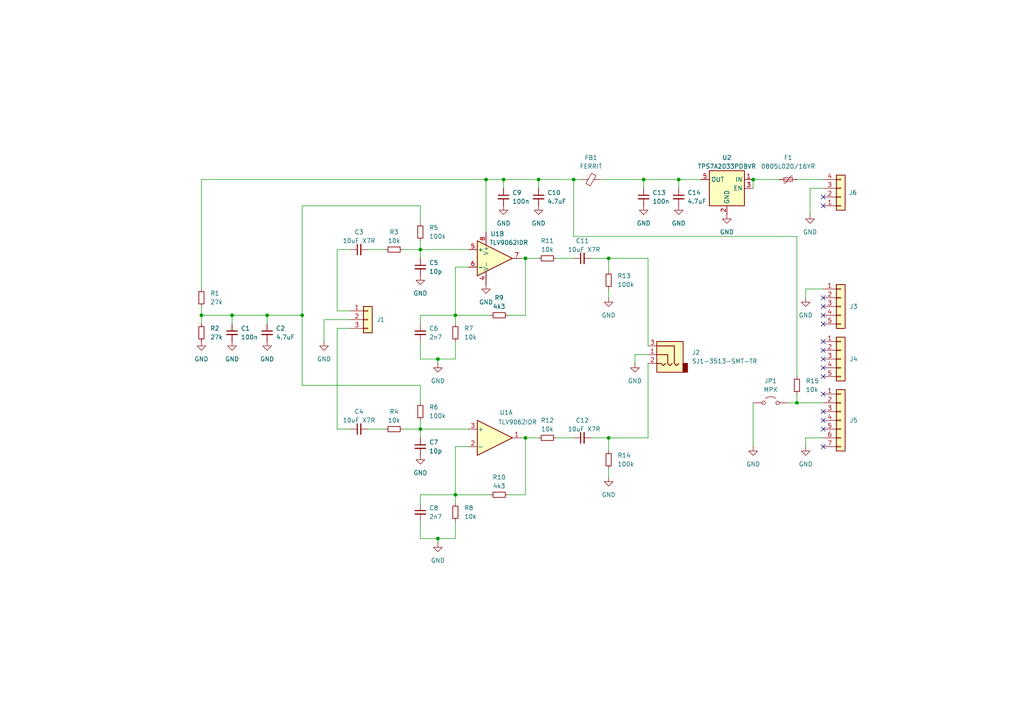
<source format=kicad_sch>
(kicad_sch (version 20231120) (generator "eeschema") (generator_version "8.0")
  (paper "A4")
  (title_block (title "Audiohat for Headless TEF") (date "2024-08-01") (rev "1") (company "fmdx.org"))
  (lib_symbols
    (symbol "Amplifier_Operational:TLV9062xD" (pin_names (offset 0.127))
      (property "Reference" "U" (at 2.54 6.35 0))
      (property "Value" "TLV9062xD" (at 2.54 3.81 0))
      (symbol "TLV9062xD_1_1"
        (polyline (pts (xy 5.08 0) (xy -5.08 5.08) (xy -5.08 -5.08) (xy 5.08 0)) (stroke (width 0.254)) (fill (type background)))
        (pin output line (at 7.62 0 180) (length 2.54) (name "~") (number "1"))
        (pin input line (at -7.62 -2.54 0) (length 2.54) (name "-") (number "2"))
        (pin input line (at -7.62 2.54 0) (length 2.54) (name "+") (number "3"))
      )
      (symbol "TLV9062xD_2_1"
        (polyline (pts (xy 5.08 0) (xy -5.08 5.08) (xy -5.08 -5.08) (xy 5.08 0)) (stroke (width 0.254)) (fill (type background)))
        (pin input line (at -7.62 2.54 0) (length 2.54) (name "+") (number "5"))
        (pin input line (at -7.62 -2.54 0) (length 2.54) (name "-") (number "6"))
        (pin output line (at 7.62 0 180) (length 2.54) (name "~") (number "7"))
      )
      (symbol "TLV9062xD_3_1"
        (pin power_in line (at 0 -7.62 90) (length 3.81) (name "V-") (number "4"))
        (pin power_in line (at 0 7.62 270) (length 3.81) (name "V+") (number "8"))
      )
    )
    (symbol "Connector_Audio:AudioJack3_Ground"
      (property "Reference" "J6" (at -7.62 0.6351 0))
      (property "Value" "OUT" (at -7.62 -1.9049 0))
      (symbol "AudioJack3_Ground_0_1"
        (rectangle (start -5.08 -2.54) (end -6.35 -5.08) (stroke (width 0.254)) (fill (type outline)))
        (polyline (pts (xy 0 -2.54) (xy 0.635 -3.175) (xy 1.27 -2.54) (xy 2.54 -2.54)) (stroke (width 0.254)))
        (polyline (pts (xy -1.905 -2.54) (xy -1.27 -3.175) (xy -0.635 -2.54) (xy -0.635 0) (xy 2.54 0)) (stroke (width 0.254)))
        (polyline (pts (xy 2.54 2.54) (xy -2.54 2.54) (xy -2.54 -2.54) (xy -3.175 -3.175) (xy -3.81 -2.54)) (stroke (width 0.254)))
        (rectangle (start 2.54 3.81) (end -5.08 -5.08) (stroke (width 0.254)) (fill (type background)))
      )
      (symbol "AudioJack3_Ground_1_1"
        (pin passive line (at 5.08 0 180) (length 2.54) (name "~") (number "1"))
        (pin passive line (at 5.08 -2.54 180) (length 2.54) (name "~") (number "2"))
        (pin passive line (at 5.08 2.54 180) (length 2.54) (name "~") (number "3"))
      )
    )
    (symbol "Connector_Generic:Conn_01x03" (pin_names (offset 1.016) hide)
      (property "Reference" "J" (at 0 5.08 0))
      (property "Value" "Conn_01x03" (at 0 -5.08 0))
      (symbol "Conn_01x03_1_1"
        (rectangle (start -1.27 -2.413) (end 0 -2.667) (stroke (width 0.1524)))
        (rectangle (start -1.27 0.127) (end 0 -0.127) (stroke (width 0.1524)))
        (rectangle (start -1.27 2.667) (end 0 2.413) (stroke (width 0.1524)))
        (rectangle (start -1.27 3.81) (end 1.27 -3.81) (stroke (width 0.254)) (fill (type background)))
        (pin passive line (at -5.08 2.54 0) (length 3.81) (name "Pin_1") (number "1"))
        (pin passive line (at -5.08 0 0) (length 3.81) (name "Pin_2") (number "2"))
        (pin passive line (at -5.08 -2.54 0) (length 3.81) (name "Pin_3") (number "3"))
      )
    )
    (symbol "Connector_Generic:Conn_01x04" (pin_names (offset 1.016) hide)
      (property "Reference" "J" (at 0 5.08 0))
      (property "Value" "Conn_01x04" (at 0 -7.62 0))
      (symbol "Conn_01x04_1_1"
        (rectangle (start -1.27 -4.953) (end 0 -5.207) (stroke (width 0.1524)))
        (rectangle (start -1.27 -2.413) (end 0 -2.667) (stroke (width 0.1524)))
        (rectangle (start -1.27 0.127) (end 0 -0.127) (stroke (width 0.1524)))
        (rectangle (start -1.27 2.667) (end 0 2.413) (stroke (width 0.1524)))
        (rectangle (start -1.27 3.81) (end 1.27 -6.35) (stroke (width 0.254)) (fill (type background)))
        (pin passive line (at -5.08 2.54 0) (length 3.81) (name "Pin_1") (number "1"))
        (pin passive line (at -5.08 0 0) (length 3.81) (name "Pin_2") (number "2"))
        (pin passive line (at -5.08 -2.54 0) (length 3.81) (name "Pin_3") (number "3"))
        (pin passive line (at -5.08 -5.08 0) (length 3.81) (name "Pin_4") (number "4"))
      )
    )
    (symbol "Connector_Generic:Conn_01x05" (pin_names (offset 1.016) hide)
      (property "Reference" "J" (at 0 7.62 0))
      (property "Value" "Conn_01x05" (at 0 -7.62 0))
      (symbol "Conn_01x05_1_1"
        (rectangle (start -1.27 -4.953) (end 0 -5.207) (stroke (width 0.1524)))
        (rectangle (start -1.27 -2.413) (end 0 -2.667) (stroke (width 0.1524)))
        (rectangle (start -1.27 0.127) (end 0 -0.127) (stroke (width 0.1524)))
        (rectangle (start -1.27 2.667) (end 0 2.413) (stroke (width 0.1524)))
        (rectangle (start -1.27 5.207) (end 0 4.953) (stroke (width 0.1524)))
        (rectangle (start -1.27 6.35) (end 1.27 -6.35) (stroke (width 0.254)) (fill (type background)))
        (pin passive line (at -5.08 5.08 0) (length 3.81) (name "Pin_1") (number "1"))
        (pin passive line (at -5.08 2.54 0) (length 3.81) (name "Pin_2") (number "2"))
        (pin passive line (at -5.08 0 0) (length 3.81) (name "Pin_3") (number "3"))
        (pin passive line (at -5.08 -2.54 0) (length 3.81) (name "Pin_4") (number "4"))
        (pin passive line (at -5.08 -5.08 0) (length 3.81) (name "Pin_5") (number "5"))
      )
    )
    (symbol "Connector_Generic:Conn_01x07" (pin_names (offset 1.016) hide)
      (property "Reference" "J" (at 0 10.16 0))
      (property "Value" "Conn_01x07" (at 0 -10.16 0))
      (symbol "Conn_01x07_1_1"
        (rectangle (start -1.27 -7.493) (end 0 -7.747) (stroke (width 0.1524)))
        (rectangle (start -1.27 -4.953) (end 0 -5.207) (stroke (width 0.1524)))
        (rectangle (start -1.27 -2.413) (end 0 -2.667) (stroke (width 0.1524)))
        (rectangle (start -1.27 0.127) (end 0 -0.127) (stroke (width 0.1524)))
        (rectangle (start -1.27 2.667) (end 0 2.413) (stroke (width 0.1524)))
        (rectangle (start -1.27 5.207) (end 0 4.953) (stroke (width 0.1524)))
        (rectangle (start -1.27 7.747) (end 0 7.493) (stroke (width 0.1524)))
        (rectangle (start -1.27 8.89) (end 1.27 -8.89) (stroke (width 0.254)) (fill (type background)))
        (pin passive line (at -5.08 7.62 0) (length 3.81) (name "Pin_1") (number "1"))
        (pin passive line (at -5.08 5.08 0) (length 3.81) (name "Pin_2") (number "2"))
        (pin passive line (at -5.08 2.54 0) (length 3.81) (name "Pin_3") (number "3"))
        (pin passive line (at -5.08 0 0) (length 3.81) (name "Pin_4") (number "4"))
        (pin passive line (at -5.08 -2.54 0) (length 3.81) (name "Pin_5") (number "5"))
        (pin passive line (at -5.08 -5.08 0) (length 3.81) (name "Pin_6") (number "6"))
        (pin passive line (at -5.08 -7.62 0) (length 3.81) (name "Pin_7") (number "7"))
      )
    )
    (symbol "Device:C_Small" (pin_numbers hide) (pin_names (offset 0.254) hide)
      (property "Reference" "C" (at 0.254 1.778 0))
      (property "Value" "C_Small" (at 0.254 -2.032 0))
      (symbol "C_Small_0_1"
        (polyline (pts (xy -1.524 -0.508) (xy 1.524 -0.508)) (stroke (width 0.3302)))
        (polyline (pts (xy -1.524 0.508) (xy 1.524 0.508)) (stroke (width 0.3048)))
      )
      (symbol "C_Small_1_1"
        (pin passive line (at 0 2.54 270) (length 2.032) (name "~") (number "1"))
        (pin passive line (at 0 -2.54 90) (length 2.032) (name "~") (number "2"))
      )
    )
    (symbol "Device:FerriteBead_Small" (pin_numbers hide) (pin_names (offset 0))
      (property "Reference" "FB" (at 1.905 1.27 0))
      (property "Value" "FerriteBead_Small" (at 1.905 -1.27 0))
      (symbol "FerriteBead_Small_0_1"
        (polyline (pts (xy 0 -1.27) (xy 0 -0.7874)))
        (polyline (pts (xy 0 0.889) (xy 0 1.2954)))
        (polyline (pts (xy -1.8288 0.2794) (xy -1.1176 1.4986) (xy 1.8288 -0.2032) (xy 1.1176 -1.4224) (xy -1.8288 0.2794)))
      )
      (symbol "FerriteBead_Small_1_1"
        (pin passive line (at 0 2.54 270) (length 1.27) (name "~") (number "1"))
        (pin passive line (at 0 -2.54 90) (length 1.27) (name "~") (number "2"))
      )
    )
    (symbol "Device:Polyfuse_Small" (pin_numbers hide) (pin_names (offset 0))
      (property "Reference" "F" (at -1.905 0 90))
      (property "Value" "Polyfuse_Small" (at 1.905 0 90))
      (symbol "Polyfuse_Small_0_1"
        (rectangle (start -0.508 1.27) (end 0.508 -1.27))
        (polyline (pts (xy 0 2.54) (xy 0 -2.54)))
        (polyline (pts (xy -1.016 1.27) (xy -1.016 0.762) (xy 1.016 -0.762) (xy 1.016 -1.27)))
      )
      (symbol "Polyfuse_Small_1_1"
        (pin passive line (at 0 2.54 270) (length 0.635) (name "~") (number "1"))
        (pin passive line (at 0 -2.54 90) (length 0.635) (name "~") (number "2"))
      )
    )
    (symbol "Device:R_Small" (pin_numbers hide) (pin_names (offset 0.254) hide)
      (property "Reference" "R" (at 0.762 0.508 0))
      (property "Value" "R_Small" (at 0.762 -1.016 0))
      (symbol "R_Small_0_1"
        (rectangle (start -0.762 1.778) (end 0.762 -1.778) (stroke (width 0.2032)))
      )
      (symbol "R_Small_1_1"
        (pin passive line (at 0 2.54 270) (length 0.762) (name "~") (number "1"))
        (pin passive line (at 0 -2.54 90) (length 0.762) (name "~") (number "2"))
      )
    )
    (symbol "Jumper:Jumper_2_Open" (pin_numbers hide) (pin_names (offset 0) hide) (exclude_from_sim yes)
      (property "Reference" "JP" (at 0 2.794 0))
      (property "Value" "Jumper_2_Open" (at 0 -2.286 0))
      (symbol "Jumper_2_Open_0_0"
        (circle (center -2.032 0) (radius 0.508))
        (circle (center 2.032 0) (radius 0.508))
      )
      (symbol "Jumper_2_Open_0_1"
        (arc (start 1.524 1.27) (mid 0 1.778) (end -1.524 1.27))
      )
      (symbol "Jumper_2_Open_1_1"
        (pin passive line (at -5.08 0 0) (length 2.54) (name "A") (number "1"))
        (pin passive line (at 5.08 0 180) (length 2.54) (name "B") (number "2"))
      )
    )
    (symbol "Regulator_Linear:TPS7A0533PDBV"
      (property "Reference" "U" (at -3.81 6.35 0))
      (property "Value" "TPS7A0533PDBV" (at 6.35 6.35 0))
      (symbol "TPS7A0533PDBV_0_1"
        (rectangle (start -5.08 -5.08) (end 5.08 5.08) (stroke (width 0.254)) (fill (type background)))
        (pin power_in line (at -7.62 2.54 0) (length 2.54) (name "IN") (number "1"))
        (pin power_in line (at 0 -7.62 90) (length 2.54) (name "GND") (number "2"))
        (pin input line (at -7.62 0 0) (length 2.54) (name "EN") (number "3"))
        (pin no_connect line (at 5.08 0 180) (length 2.54) hide (name "NC") (number "4"))
        (pin power_out line (at 7.62 2.54 180) (length 2.54) (name "OUT") (number "5"))
      )
    )
    (symbol "power:GND" (power) (pin_numbers hide) (pin_names (offset 0) hide)
      (property "Value" "GND" (at 0 -3.81 0))
      (symbol "GND_0_1"
        (polyline (pts (xy 0 0) (xy 0 -1.27) (xy 1.27 -1.27) (xy 0 -2.54) (xy -1.27 -1.27) (xy 0 -1.27)))
      )
      (symbol "GND_1_1"
        (pin power_in line (at 0 0 270) (length 0) (name "~") (number "1"))
      )
    )
  )
  (junction (at 218.44 52.07))
  (junction (at 166.37 52.07))
  (junction (at 127 156.21))
  (junction (at 152.4 127))
  (junction (at 132.08 143.51))
  (junction (at 121.92 72.39))
  (junction (at 186.69 52.07))
  (junction (at 196.85 52.07))
  (junction (at 176.53 127))
  (junction (at 58.42 91.44))
  (junction (at 127 104.14))
  (junction (at 87.63 91.44))
  (junction (at 140.97 52.07))
  (junction (at 67.31 91.44))
  (junction (at 152.4 74.93))
  (junction (at 121.92 124.46))
  (junction (at 77.47 91.44))
  (junction (at 146.05 52.07))
  (junction (at 231.14 116.84))
  (junction (at 176.53 74.93))
  (junction (at 156.21 52.07))
  (junction (at 132.08 91.44))
  (no_connect (at 238.76 93.98))
  (no_connect (at 238.76 129.54))
  (no_connect (at 238.76 57.15))
  (no_connect (at 238.76 119.38))
  (no_connect (at 238.76 59.69))
  (no_connect (at 238.76 121.92))
  (no_connect (at 238.76 124.46))
  (no_connect (at 238.76 88.9))
  (no_connect (at 238.76 99.06))
  (no_connect (at 238.76 109.22))
  (no_connect (at 238.76 101.6))
  (no_connect (at 238.76 106.68))
  (no_connect (at 238.76 91.44))
  (no_connect (at 238.76 104.14))
  (no_connect (at 238.76 86.36))
  (no_connect (at 238.76 114.3))
  (wire (pts (xy 121.92 146.05) (xy 121.92 143.51)))
  (wire (pts (xy 121.92 121.92) (xy 121.92 124.46)))
  (wire (pts (xy 101.6 92.71) (xy 93.98 92.71)))
  (wire (pts (xy 127 104.14) (xy 127 105.41)))
  (wire (pts (xy 171.45 74.93) (xy 176.53 74.93)))
  (wire (pts (xy 132.08 77.47) (xy 135.89 77.47)))
  (wire (pts (xy 140.97 52.07) (xy 146.05 52.07)))
  (wire (pts (xy 77.47 91.44) (xy 87.63 91.44)))
  (wire (pts (xy 97.79 124.46) (xy 101.6 124.46)))
  (wire (pts (xy 156.21 52.07) (xy 166.37 52.07)))
  (wire (pts (xy 238.76 127) (xy 233.68 127)))
  (wire (pts (xy 121.92 104.14) (xy 127 104.14)))
  (wire (pts (xy 121.92 72.39) (xy 135.89 72.39)))
  (wire (pts (xy 166.37 52.07) (xy 168.91 52.07)))
  (wire (pts (xy 146.05 52.07) (xy 146.05 54.61)))
  (wire (pts (xy 142.24 143.51) (xy 132.08 143.51)))
  (wire (pts (xy 67.31 91.44) (xy 67.31 93.98)))
  (wire (pts (xy 121.92 124.46) (xy 121.92 127)))
  (wire (pts (xy 218.44 52.07) (xy 226.06 52.07)))
  (wire (pts (xy 58.42 88.9) (xy 58.42 91.44)))
  (wire (pts (xy 166.37 68.58) (xy 231.14 68.58)))
  (wire (pts (xy 171.45 127) (xy 176.53 127)))
  (wire (pts (xy 132.08 143.51) (xy 132.08 146.05)))
  (wire (pts (xy 152.4 74.93) (xy 152.4 91.44)))
  (wire (pts (xy 151.13 127) (xy 152.4 127)))
  (wire (pts (xy 142.24 91.44) (xy 132.08 91.44)))
  (wire (pts (xy 121.92 93.98) (xy 121.92 91.44)))
  (wire (pts (xy 116.84 72.39) (xy 121.92 72.39)))
  (wire (pts (xy 231.14 116.84) (xy 238.76 116.84)))
  (wire (pts (xy 58.42 83.82) (xy 58.42 52.07)))
  (wire (pts (xy 231.14 114.3) (xy 231.14 116.84)))
  (wire (pts (xy 176.53 83.82) (xy 176.53 86.36)))
  (wire (pts (xy 121.92 156.21) (xy 127 156.21)))
  (wire (pts (xy 87.63 111.76) (xy 87.63 91.44)))
  (wire (pts (xy 152.4 74.93) (xy 156.21 74.93)))
  (wire (pts (xy 187.96 74.93) (xy 187.96 100.33)))
  (wire (pts (xy 156.21 54.61) (xy 156.21 52.07)))
  (wire (pts (xy 161.29 127) (xy 166.37 127)))
  (wire (pts (xy 121.92 59.69) (xy 121.92 64.77)))
  (wire (pts (xy 184.15 105.41) (xy 184.15 102.87)))
  (wire (pts (xy 67.31 91.44) (xy 77.47 91.44)))
  (wire (pts (xy 176.53 74.93) (xy 187.96 74.93)))
  (wire (pts (xy 132.08 129.54) (xy 135.89 129.54)))
  (wire (pts (xy 196.85 52.07) (xy 203.2 52.07)))
  (wire (pts (xy 173.99 52.07) (xy 186.69 52.07)))
  (wire (pts (xy 116.84 124.46) (xy 121.92 124.46)))
  (wire (pts (xy 132.08 151.13) (xy 132.08 156.21)))
  (wire (pts (xy 176.53 135.89) (xy 176.53 138.43)))
  (wire (pts (xy 218.44 116.84) (xy 218.44 129.54)))
  (wire (pts (xy 228.6 116.84) (xy 231.14 116.84)))
  (wire (pts (xy 97.79 72.39) (xy 97.79 90.17)))
  (wire (pts (xy 152.4 127) (xy 156.21 127)))
  (wire (pts (xy 121.92 156.21) (xy 121.92 151.13)))
  (wire (pts (xy 132.08 99.06) (xy 132.08 104.14)))
  (wire (pts (xy 87.63 59.69) (xy 121.92 59.69)))
  (wire (pts (xy 121.92 124.46) (xy 135.89 124.46)))
  (wire (pts (xy 218.44 52.07) (xy 218.44 54.61)))
  (wire (pts (xy 77.47 93.98) (xy 77.47 91.44)))
  (wire (pts (xy 101.6 72.39) (xy 97.79 72.39)))
  (wire (pts (xy 67.31 91.44) (xy 58.42 91.44)))
  (wire (pts (xy 186.69 52.07) (xy 196.85 52.07)))
  (wire (pts (xy 121.92 143.51) (xy 132.08 143.51)))
  (wire (pts (xy 106.68 124.46) (xy 111.76 124.46)))
  (wire (pts (xy 121.92 69.85) (xy 121.92 72.39)))
  (wire (pts (xy 121.92 91.44) (xy 132.08 91.44)))
  (wire (pts (xy 106.68 72.39) (xy 111.76 72.39)))
  (wire (pts (xy 234.95 54.61) (xy 238.76 54.61)))
  (wire (pts (xy 151.13 74.93) (xy 152.4 74.93)))
  (wire (pts (xy 166.37 52.07) (xy 166.37 68.58)))
  (wire (pts (xy 186.69 52.07) (xy 186.69 54.61)))
  (wire (pts (xy 231.14 52.07) (xy 238.76 52.07)))
  (wire (pts (xy 234.95 54.61) (xy 234.95 62.23)))
  (wire (pts (xy 176.53 74.93) (xy 176.53 78.74)))
  (wire (pts (xy 161.29 74.93) (xy 166.37 74.93)))
  (wire (pts (xy 152.4 91.44) (xy 147.32 91.44)))
  (wire (pts (xy 233.68 127) (xy 233.68 129.54)))
  (wire (pts (xy 152.4 127) (xy 152.4 143.51)))
  (wire (pts (xy 121.92 104.14) (xy 121.92 99.06)))
  (wire (pts (xy 187.96 127) (xy 187.96 105.41)))
  (wire (pts (xy 93.98 92.71) (xy 93.98 99.06)))
  (wire (pts (xy 233.68 83.82) (xy 233.68 86.36)))
  (wire (pts (xy 231.14 109.22) (xy 231.14 68.58)))
  (wire (pts (xy 176.53 127) (xy 176.53 130.81)))
  (wire (pts (xy 156.21 52.07) (xy 146.05 52.07)))
  (wire (pts (xy 87.63 91.44) (xy 87.63 59.69)))
  (wire (pts (xy 132.08 91.44) (xy 132.08 93.98)))
  (wire (pts (xy 238.76 83.82) (xy 233.68 83.82)))
  (wire (pts (xy 152.4 143.51) (xy 147.32 143.51)))
  (wire (pts (xy 58.42 52.07) (xy 140.97 52.07)))
  (wire (pts (xy 101.6 95.25) (xy 97.79 95.25)))
  (wire (pts (xy 58.42 91.44) (xy 58.42 93.98)))
  (wire (pts (xy 97.79 90.17) (xy 101.6 90.17)))
  (wire (pts (xy 140.97 67.31) (xy 140.97 52.07)))
  (wire (pts (xy 196.85 54.61) (xy 196.85 52.07)))
  (wire (pts (xy 132.08 156.21) (xy 127 156.21)))
  (wire (pts (xy 121.92 72.39) (xy 121.92 74.93)))
  (wire (pts (xy 132.08 104.14) (xy 127 104.14)))
  (wire (pts (xy 132.08 129.54) (xy 132.08 143.51)))
  (wire (pts (xy 184.15 102.87) (xy 187.96 102.87)))
  (wire (pts (xy 121.92 111.76) (xy 87.63 111.76)))
  (wire (pts (xy 176.53 127) (xy 187.96 127)))
  (wire (pts (xy 132.08 77.47) (xy 132.08 91.44)))
  (wire (pts (xy 97.79 95.25) (xy 97.79 124.46)))
  (wire (pts (xy 121.92 116.84) (xy 121.92 111.76)))
  (wire (pts (xy 127 156.21) (xy 127 157.48)))
  (symbol (lib_id "Device:R_Small") (at 158.75 127 90) (unit 1)
    (property "Reference" "R12" (at 158.75 121.92 90))
    (property "Value" "10k" (at 158.75 124.46 90))
    (property "Footprint" "Resistor_SMD:R_0603_1608Metric" (effects (hide yes)))
    (property "Description" "Resistor, small symbol" (effects (hide yes)))
  )
  (symbol (lib_id "Device:C_Small") (at 104.14 124.46 90) (unit 1)
    (property "Reference" "C4" (at 104.14 119.38 90))
    (property "Value" "10uF X7R" (at 104.14 121.92 90))
    (property "Footprint" "Capacitor_SMD:C_0805_2012Metric" (effects (hide yes)))
    (property "Description" "Unpolarized capacitor, small symbol" (effects (hide yes)))
  )
  (symbol (lib_id "Connector_Audio:AudioJack3_Ground") (at 193.04 102.87 0) (mirror y) (unit 1)
    (property "Reference" "J2" (at 200.66 102.2349 0) (effects (justify right)))
    (property "Value" "SJ1-3513-SMT-TR" (at 200.66 104.7749 0) (effects (justify right)))
    (property "Footprint" "Library:SJ1-351X-SMT" (effects (hide yes)))
    (property "Description" "Audio Jack, 3 Poles (Stereo / TRS), Grounded Sleeve" (effects (hide yes)))
  )
  (symbol (lib_id "Amplifier_Operational:TLV9062xD") (at 143.51 74.93 0) (unit 2)
    (property "Reference" "U1" (at 144.272 67.818 0))
    (property "Value" "TLV9062IDR" (at 147.574 70.358 0))
    (property "Footprint" "Package_SO:SOIC-8_3.9x4.9mm_P1.27mm" (effects (hide yes)))
    (property "Datasheet" "https://www.ti.com/lit/ds/symlink/tlv9062.pdf" (effects (hide yes)))
    (property "Description" "Dual operational amplifier, 300 uV Offset, SOIC-8" (effects (hide yes)))
  )
  (symbol (lib_id "Device:R_Small") (at 144.78 91.44 90) (unit 1)
    (property "Reference" "R9" (at 144.78 86.36 90))
    (property "Value" "4k3" (at 144.78 88.9 90))
    (property "Footprint" "Resistor_SMD:R_0603_1608Metric" (effects (hide yes)))
    (property "Description" "Resistor, small symbol" (effects (hide yes)))
  )
  (symbol (lib_id "Device:C_Small") (at 104.14 72.39 90) (unit 1)
    (property "Reference" "C3" (at 104.14 67.31 90))
    (property "Value" "10uF X7R" (at 104.14 69.85 90))
    (property "Footprint" "Capacitor_SMD:C_0805_2012Metric" (effects (hide yes)))
    (property "Description" "Unpolarized capacitor, small symbol" (effects (hide yes)))
  )
  (symbol (lib_id "Device:R_Small") (at 231.14 111.76 0) (unit 1)
    (property "Reference" "R15" (at 233.68 110.4899 0) (effects (justify left)))
    (property "Value" "10k" (at 233.68 113.0299 0) (effects (justify left)))
    (property "Footprint" "Resistor_SMD:R_0603_1608Metric" (effects (hide yes)))
    (property "Description" "Resistor, small symbol" (effects (hide yes)))
  )
  (symbol (lib_id "power:GND") (at 218.44 129.54 0) (unit 1)
    (property "Reference" "#PWR017" (effects (hide yes)))
    (property "Value" "GND" (at 218.44 134.62 0))
    (property "Description" "Power symbol creates a global label with name \"GND\" , ground" (effects (hide yes)))
  )
  (symbol (lib_id "Device:R_Small") (at 114.3 124.46 90) (unit 1)
    (property "Reference" "R4" (at 114.3 119.38 90))
    (property "Value" "10k" (at 114.3 121.92 90))
    (property "Footprint" "Resistor_SMD:R_0603_1608Metric" (effects (hide yes)))
    (property "Description" "Resistor, small symbol" (effects (hide yes)))
  )
  (symbol (lib_id "power:GND") (at 184.15 105.41 0) (unit 1)
    (property "Reference" "#PWR014" (effects (hide yes)))
    (property "Value" "GND" (at 184.15 110.49 0))
    (property "Description" "Power symbol creates a global label with name \"GND\" , ground" (effects (hide yes)))
  )
  (symbol (lib_id "Device:C_Small") (at 121.92 148.59 0) (unit 1)
    (property "Reference" "C8" (at 124.46 147.3262 0) (effects (justify left)))
    (property "Value" "2n7" (at 124.46 149.8662 0) (effects (justify left)))
    (property "Footprint" "Capacitor_SMD:C_0603_1608Metric" (effects (hide yes)))
    (property "Description" "Unpolarized capacitor, small symbol" (effects (hide yes)))
  )
  (symbol (lib_id "power:GND") (at 196.85 59.69 0) (unit 1)
    (property "Reference" "#PWR016" (effects (hide yes)))
    (property "Value" "GND" (at 196.85 64.77 0))
    (property "Description" "Power symbol creates a global label with name \"GND\" , ground" (effects (hide yes)))
  )
  (symbol (lib_id "Device:R_Small") (at 121.92 119.38 0) (unit 1)
    (property "Reference" "R6" (at 124.46 118.1099 0) (effects (justify left)))
    (property "Value" "100k" (at 124.46 120.6499 0) (effects (justify left)))
    (property "Footprint" "Resistor_SMD:R_0603_1608Metric" (effects (hide yes)))
    (property "Description" "Resistor, small symbol" (effects (hide yes)))
  )
  (symbol (lib_id "Device:C_Small") (at 121.92 96.52 0) (unit 1)
    (property "Reference" "C6" (at 124.46 95.2562 0) (effects (justify left)))
    (property "Value" "2n7" (at 124.46 97.7962 0) (effects (justify left)))
    (property "Footprint" "Capacitor_SMD:C_0603_1608Metric" (effects (hide yes)))
    (property "Description" "Unpolarized capacitor, small symbol" (effects (hide yes)))
  )
  (symbol (lib_id "Connector_Generic:Conn_01x05") (at 243.84 88.9 0) (unit 1)
    (property "Reference" "J3" (at 246.38 88.8999 0) (effects (justify left)))
    (property "Value" "1x5 Female" (effects (hide yes)))
    (property "Footprint" "Connector_PinHeader_2.54mm:PinHeader_1x05_P2.54mm_Vertical" (effects (hide yes)))
    (property "Description" "Generic connector, single row, 01x05, script generated (kicad-library-utils/schlib/autogen/connector/)" (effects (hide yes)))
  )
  (symbol (lib_id "Device:C_Small") (at 156.21 57.15 0) (unit 1)
    (property "Reference" "C10" (at 158.75 55.8862 0) (effects (justify left)))
    (property "Value" "4.7uF" (at 158.75 58.4262 0) (effects (justify left)))
    (property "Footprint" "Capacitor_SMD:C_0603_1608Metric" (effects (hide yes)))
    (property "Description" "Unpolarized capacitor, small symbol" (effects (hide yes)))
  )
  (symbol (lib_id "Device:C_Small") (at 121.92 77.47 0) (unit 1)
    (property "Reference" "C5" (at 124.46 76.2062 0) (effects (justify left)))
    (property "Value" "10p" (at 124.46 78.7462 0) (effects (justify left)))
    (property "Footprint" "Capacitor_SMD:C_0603_1608Metric" (effects (hide yes)))
    (property "Description" "Unpolarized capacitor, small symbol" (effects (hide yes)))
  )
  (symbol (lib_id "Device:FerriteBead_Small") (at 171.45 52.07 90) (unit 1)
    (property "Reference" "FB1" (at 171.4119 45.72 90))
    (property "Value" "FERRIT" (at 171.4119 48.26 90))
    (property "Footprint" "Inductor_SMD:L_0603_1608Metric" (effects (hide yes)))
    (property "Description" "Ferrite bead, small symbol" (effects (hide yes)))
  )
  (symbol (lib_id "power:GND") (at 140.97 82.55 0) (unit 1)
    (property "Reference" "#PWR09" (effects (hide yes)))
    (property "Value" "GND" (at 140.97 87.63 0))
    (property "Description" "Power symbol creates a global label with name \"GND\" , ground" (effects (hide yes)))
  )
  (symbol (lib_id "Device:C_Small") (at 168.91 74.93 90) (unit 1)
    (property "Reference" "C11" (at 168.91 69.85 90))
    (property "Value" "10uF X7R" (at 169.418 72.39 90))
    (property "Footprint" "Capacitor_SMD:C_0805_2012Metric" (effects (hide yes)))
    (property "Description" "Unpolarized capacitor, small symbol" (effects (hide yes)))
  )
  (symbol (lib_id "Device:C_Small") (at 168.91 127 90) (unit 1)
    (property "Reference" "C12" (at 168.91 121.92 90))
    (property "Value" "10uF X7R" (at 169.418 124.46 90))
    (property "Footprint" "Capacitor_SMD:C_0805_2012Metric" (effects (hide yes)))
    (property "Description" "Unpolarized capacitor, small symbol" (effects (hide yes)))
  )
  (symbol (lib_id "Connector_Generic:Conn_01x05") (at 243.84 104.14 0) (unit 1)
    (property "Reference" "J4" (at 246.38 104.1399 0) (effects (justify left)))
    (property "Value" "1x5 Female" (effects (hide yes)))
    (property "Footprint" "Connector_PinHeader_2.54mm:PinHeader_1x05_P2.54mm_Vertical" (effects (hide yes)))
    (property "Description" "Generic connector, single row, 01x05, script generated (kicad-library-utils/schlib/autogen/connector/)" (effects (hide yes)))
  )
  (symbol (lib_id "power:GND") (at 58.42 99.06 0) (unit 1)
    (property "Reference" "#PWR01" (effects (hide yes)))
    (property "Value" "GND" (at 58.42 104.14 0))
    (property "Description" "Power symbol creates a global label with name \"GND\" , ground" (effects (hide yes)))
  )
  (symbol (lib_id "Device:C_Small") (at 146.05 57.15 0) (unit 1)
    (property "Reference" "C9" (at 148.59 55.8862 0) (effects (justify left)))
    (property "Value" "100n" (at 148.59 58.4262 0) (effects (justify left)))
    (property "Footprint" "Capacitor_SMD:C_0603_1608Metric" (effects (hide yes)))
    (property "Description" "Unpolarized capacitor, small symbol" (effects (hide yes)))
  )
  (symbol (lib_id "Device:C_Small") (at 67.31 96.52 0) (unit 1)
    (property "Reference" "C1" (at 69.85 95.2562 0) (effects (justify left)))
    (property "Value" "100n" (at 69.85 97.7962 0) (effects (justify left)))
    (property "Footprint" "Capacitor_SMD:C_0603_1608Metric" (effects (hide yes)))
    (property "Description" "Unpolarized capacitor, small symbol" (effects (hide yes)))
  )
  (symbol (lib_id "power:GND") (at 233.68 129.54 0) (unit 1)
    (property "Reference" "#PWR020" (effects (hide yes)))
    (property "Value" "GND" (at 233.68 134.62 0))
    (property "Description" "Power symbol creates a global label with name \"GND\" , ground" (effects (hide yes)))
  )
  (symbol (lib_id "Amplifier_Operational:TLV9062xD") (at 140.97 74.93 0) (unit 3)
    (property "Reference" "U1" (effects (hide yes)))
    (property "Value" "TLV9062IDR" (effects (hide yes)))
    (property "Footprint" "Package_SO:SOIC-8_3.9x4.9mm_P1.27mm" (effects (hide yes)))
    (property "Datasheet" "https://www.ti.com/lit/ds/symlink/tlv9062.pdf" (effects (hide yes)))
    (property "Description" "Dual operational amplifier, 300 uV Offset, SOIC-8" (effects (hide yes)))
  )
  (symbol (lib_id "power:GND") (at 77.47 99.06 0) (unit 1)
    (property "Reference" "#PWR03" (effects (hide yes)))
    (property "Value" "GND" (at 77.47 104.14 0))
    (property "Description" "Power symbol creates a global label with name \"GND\" , ground" (effects (hide yes)))
  )
  (symbol (lib_id "power:GND") (at 67.31 99.06 0) (unit 1)
    (property "Reference" "#PWR02" (effects (hide yes)))
    (property "Value" "GND" (at 67.31 104.14 0))
    (property "Description" "Power symbol creates a global label with name \"GND\" , ground" (effects (hide yes)))
  )
  (symbol (lib_id "Device:R_Small") (at 114.3 72.39 90) (unit 1)
    (property "Reference" "R3" (at 114.3 67.31 90))
    (property "Value" "10k" (at 114.3 69.85 90))
    (property "Footprint" "Resistor_SMD:R_0603_1608Metric" (effects (hide yes)))
    (property "Description" "Resistor, small symbol" (effects (hide yes)))
  )
  (symbol (lib_id "Device:R_Small") (at 176.53 133.35 0) (unit 1)
    (property "Reference" "R14" (at 179.07 132.0799 0) (effects (justify left)))
    (property "Value" "100k" (at 179.07 134.6199 0) (effects (justify left)))
    (property "Footprint" "Resistor_SMD:R_0603_1608Metric" (effects (hide yes)))
    (property "Description" "Resistor, small symbol" (effects (hide yes)))
  )
  (symbol (lib_id "power:GND") (at 146.05 59.69 0) (unit 1)
    (property "Reference" "#PWR010" (effects (hide yes)))
    (property "Value" "GND" (at 146.05 64.77 0))
    (property "Description" "Power symbol creates a global label with name \"GND\" , ground" (effects (hide yes)))
  )
  (symbol (lib_id "Device:R_Small") (at 158.75 74.93 90) (unit 1)
    (property "Reference" "R11" (at 158.75 69.85 90))
    (property "Value" "10k" (at 158.75 72.39 90))
    (property "Footprint" "Resistor_SMD:R_0603_1608Metric" (effects (hide yes)))
    (property "Description" "Resistor, small symbol" (effects (hide yes)))
  )
  (symbol (lib_id "Jumper:Jumper_2_Open") (at 223.52 116.84 0) (unit 1) (exclude_from_sim yes)
    (property "Reference" "JP1" (at 223.52 110.49 0))
    (property "Value" "MPX" (at 223.52 113.03 0))
    (property "Footprint" "TestPoint:TestPoint_2Pads_Pitch2.54mm_Drill0.8mm" (effects (hide yes)))
    (property "Description" "Jumper, 2-pole, open" (effects (hide yes)))
  )
  (symbol (lib_id "Device:C_Small") (at 186.69 57.15 0) (unit 1)
    (property "Reference" "C13" (at 189.23 55.8862 0) (effects (justify left)))
    (property "Value" "100n" (at 189.23 58.4262 0) (effects (justify left)))
    (property "Footprint" "Capacitor_SMD:C_0603_1608Metric" (effects (hide yes)))
    (property "Description" "Unpolarized capacitor, small symbol" (effects (hide yes)))
  )
  (symbol (lib_id "power:GND") (at 233.68 86.36 0) (unit 1)
    (property "Reference" "#PWR019" (effects (hide yes)))
    (property "Value" "GND" (at 233.68 91.44 0))
    (property "Description" "Power symbol creates a global label with name \"GND\" , ground" (effects (hide yes)))
  )
  (symbol (lib_id "Connector_Generic:Conn_01x04") (at 243.84 57.15 0) (mirror x) (unit 1)
    (property "Reference" "J6" (at 247.396 55.88 0))
    (property "Value" "1x4 Female" (effects (hide yes)))
    (property "Footprint" "Connector_PinHeader_2.54mm:PinHeader_1x04_P2.54mm_Vertical" (effects (hide yes)))
    (property "Description" "Generic connector, single row, 01x04, script generated (kicad-library-utils/schlib/autogen/connector/)" (effects (hide yes)))
  )
  (symbol (lib_id "Device:R_Small") (at 132.08 148.59 0) (unit 1)
    (property "Reference" "R8" (at 134.62 147.3199 0) (effects (justify left)))
    (property "Value" "10k" (at 134.62 149.8599 0) (effects (justify left)))
    (property "Footprint" "Resistor_SMD:R_0603_1608Metric" (effects (hide yes)))
    (property "Description" "Resistor, small symbol" (effects (hide yes)))
  )
  (symbol (lib_id "Regulator_Linear:TPS7A0533PDBV") (at 210.82 54.61 0) (mirror y) (unit 1)
    (property "Reference" "U2" (at 210.82 45.72 0))
    (property "Value" "TPS7A2033PDBVR" (at 210.82 48.26 0))
    (property "Footprint" "Package_TO_SOT_SMD:SOT-23-5" (effects (hide yes)))
    (property "Datasheet" "https://www.ti.com/lit/ds/symlink/tps7a05.pdf" (effects (hide yes)))
    (property "Description" "200-mA Ultra-Low-Iq LDO, 3.3V, SOT-23-5" (effects (hide yes)))
  )
  (symbol (lib_id "Connector_Generic:Conn_01x03") (at 106.68 92.71 0) (unit 1)
    (property "Reference" "J1" (at 109.22 92.7099 0) (effects (justify left)))
    (property "Value" "1x3 Female" (effects (hide yes)))
    (property "Footprint" "Connector_PinHeader_2.54mm:PinHeader_1x03_P2.54mm_Vertical" (effects (hide yes)))
    (property "Description" "Generic connector, single row, 01x03, script generated (kicad-library-utils/schlib/autogen/connector/)" (effects (hide yes)))
  )
  (symbol (lib_id "Device:R_Small") (at 176.53 81.28 0) (unit 1)
    (property "Reference" "R13" (at 179.07 80.0099 0) (effects (justify left)))
    (property "Value" "100k" (at 179.07 82.5499 0) (effects (justify left)))
    (property "Footprint" "Resistor_SMD:R_0603_1608Metric" (effects (hide yes)))
    (property "Description" "Resistor, small symbol" (effects (hide yes)))
  )
  (symbol (lib_id "power:GND") (at 127 105.41 0) (unit 1)
    (property "Reference" "#PWR07" (effects (hide yes)))
    (property "Value" "GND" (at 127 110.49 0))
    (property "Description" "Power symbol creates a global label with name \"GND\" , ground" (effects (hide yes)))
  )
  (symbol (lib_id "Device:R_Small") (at 144.78 143.51 90) (unit 1)
    (property "Reference" "R10" (at 144.78 138.43 90))
    (property "Value" "4k3" (at 144.78 140.97 90))
    (property "Footprint" "Resistor_SMD:R_0603_1608Metric" (effects (hide yes)))
    (property "Description" "Resistor, small symbol" (effects (hide yes)))
  )
  (symbol (lib_id "Connector_Generic:Conn_01x07") (at 243.84 121.92 0) (unit 1)
    (property "Reference" "J5" (at 246.38 121.9199 0) (effects (justify left)))
    (property "Value" "1x7 Female" (effects (hide yes)))
    (property "Footprint" "Connector_PinHeader_2.54mm:PinHeader_1x07_P2.54mm_Vertical" (effects (hide yes)))
    (property "Description" "Generic connector, single row, 01x07, script generated (kicad-library-utils/schlib/autogen/connector/)" (effects (hide yes)))
  )
  (symbol (lib_id "Device:R_Small") (at 58.42 86.36 0) (unit 1)
    (property "Reference" "R1" (at 60.96 85.0899 0) (effects (justify left)))
    (property "Value" "27k" (at 60.96 87.6299 0) (effects (justify left)))
    (property "Footprint" "Resistor_SMD:R_0603_1608Metric" (effects (hide yes)))
    (property "Description" "Resistor, small symbol" (effects (hide yes)))
  )
  (symbol (lib_id "Device:C_Small") (at 196.85 57.15 0) (unit 1)
    (property "Reference" "C14" (at 199.39 55.8862 0) (effects (justify left)))
    (property "Value" "4.7uF" (at 199.39 58.4262 0) (effects (justify left)))
    (property "Footprint" "Capacitor_SMD:C_0603_1608Metric" (effects (hide yes)))
    (property "Description" "Unpolarized capacitor, small symbol" (effects (hide yes)))
  )
  (symbol (lib_id "Device:R_Small") (at 121.92 67.31 0) (unit 1)
    (property "Reference" "R5" (at 124.46 66.0399 0) (effects (justify left)))
    (property "Value" "100k" (at 124.46 68.5799 0) (effects (justify left)))
    (property "Footprint" "Resistor_SMD:R_0603_1608Metric" (effects (hide yes)))
    (property "Description" "Resistor, small symbol" (effects (hide yes)))
  )
  (symbol (lib_id "power:GND") (at 210.82 62.23 0) (unit 1)
    (property "Reference" "#PWR018" (effects (hide yes)))
    (property "Value" "GND" (at 210.82 67.31 0))
    (property "Description" "Power symbol creates a global label with name \"GND\" , ground" (effects (hide yes)))
  )
  (symbol (lib_id "power:GND") (at 234.95 62.23 0) (unit 1)
    (property "Reference" "#PWR021" (effects (hide yes)))
    (property "Value" "GND" (at 234.95 67.31 0))
    (property "Description" "Power symbol creates a global label with name \"GND\" , ground" (effects (hide yes)))
  )
  (symbol (lib_id "power:GND") (at 176.53 138.43 0) (unit 1)
    (property "Reference" "#PWR013" (effects (hide yes)))
    (property "Value" "GND" (at 176.53 143.51 0))
    (property "Description" "Power symbol creates a global label with name \"GND\" , ground" (effects (hide yes)))
  )
  (symbol (lib_id "power:GND") (at 186.69 59.69 0) (unit 1)
    (property "Reference" "#PWR015" (effects (hide yes)))
    (property "Value" "GND" (at 186.69 64.77 0))
    (property "Description" "Power symbol creates a global label with name \"GND\" , ground" (effects (hide yes)))
  )
  (symbol (lib_id "power:GND") (at 121.92 132.08 0) (unit 1)
    (property "Reference" "#PWR06" (effects (hide yes)))
    (property "Value" "GND" (at 121.92 137.16 0))
    (property "Description" "Power symbol creates a global label with name \"GND\" , ground" (effects (hide yes)))
  )
  (symbol (lib_id "Device:C_Small") (at 121.92 129.54 0) (unit 1)
    (property "Reference" "C7" (at 124.46 128.2762 0) (effects (justify left)))
    (property "Value" "10p" (at 124.46 130.8162 0) (effects (justify left)))
    (property "Footprint" "Capacitor_SMD:C_0603_1608Metric" (effects (hide yes)))
    (property "Description" "Unpolarized capacitor, small symbol" (effects (hide yes)))
  )
  (symbol (lib_id "Device:R_Small") (at 132.08 96.52 0) (unit 1)
    (property "Reference" "R7" (at 134.62 95.2499 0) (effects (justify left)))
    (property "Value" "10k" (at 134.62 97.7899 0) (effects (justify left)))
    (property "Footprint" "Resistor_SMD:R_0603_1608Metric" (effects (hide yes)))
    (property "Description" "Resistor, small symbol" (effects (hide yes)))
  )
  (symbol (lib_id "power:GND") (at 156.21 59.69 0) (unit 1)
    (property "Reference" "#PWR011" (effects (hide yes)))
    (property "Value" "GND" (at 156.21 64.77 0))
    (property "Description" "Power symbol creates a global label with name \"GND\" , ground" (effects (hide yes)))
  )
  (symbol (lib_id "power:GND") (at 93.98 99.06 0) (unit 1)
    (property "Reference" "#PWR04" (effects (hide yes)))
    (property "Value" "GND" (at 93.98 104.14 0))
    (property "Description" "Power symbol creates a global label with name \"GND\" , ground" (effects (hide yes)))
  )
  (symbol (lib_id "power:GND") (at 121.92 80.01 0) (unit 1)
    (property "Reference" "#PWR05" (effects (hide yes)))
    (property "Value" "GND" (at 121.92 85.09 0))
    (property "Description" "Power symbol creates a global label with name \"GND\" , ground" (effects (hide yes)))
  )
  (symbol (lib_id "Amplifier_Operational:TLV9062xD") (at 143.51 127 0) (unit 1)
    (property "Reference" "U1" (at 146.812 119.634 0))
    (property "Value" "TLV9062IDR" (at 150.114 122.428 0))
    (property "Footprint" "Package_SO:SOIC-8_3.9x4.9mm_P1.27mm" (effects (hide yes)))
    (property "Datasheet" "https://www.ti.com/lit/ds/symlink/tlv9062.pdf" (effects (hide yes)))
    (property "Description" "Dual operational amplifier, 300 uV Offset, SOIC-8" (effects (hide yes)))
  )
  (symbol (lib_id "Device:Polyfuse_Small") (at 228.6 52.07 90) (unit 1)
    (property "Reference" "F1" (at 228.6 45.72 90))
    (property "Value" "0805L020/16YR" (at 228.6 48.26 90))
    (property "Footprint" "Fuse:Fuse_0805_2012Metric" (effects (hide yes)))
    (property "Description" "Resettable fuse, polymeric positive temperature coefficient, small symbol" (effects (hide yes)))
  )
  (symbol (lib_id "Device:R_Small") (at 58.42 96.52 0) (unit 1)
    (property "Reference" "R2" (at 60.96 95.2499 0) (effects (justify left)))
    (property "Value" "27k" (at 60.96 97.7899 0) (effects (justify left)))
    (property "Footprint" "Resistor_SMD:R_0603_1608Metric" (effects (hide yes)))
    (property "Description" "Resistor, small symbol" (effects (hide yes)))
  )
  (symbol (lib_id "power:GND") (at 127 157.48 0) (unit 1)
    (property "Reference" "#PWR08" (effects (hide yes)))
    (property "Value" "GND" (at 127 162.56 0))
    (property "Description" "Power symbol creates a global label with name \"GND\" , ground" (effects (hide yes)))
  )
  (symbol (lib_id "Device:C_Small") (at 77.47 96.52 0) (unit 1)
    (property "Reference" "C2" (at 80.01 95.2562 0) (effects (justify left)))
    (property "Value" "4.7uF" (at 80.01 97.7962 0) (effects (justify left)))
    (property "Footprint" "Capacitor_SMD:C_0603_1608Metric" (effects (hide yes)))
    (property "Description" "Unpolarized capacitor, small symbol" (effects (hide yes)))
  )
  (symbol (lib_id "power:GND") (at 176.53 86.36 0) (unit 1)
    (property "Reference" "#PWR012" (effects (hide yes)))
    (property "Value" "GND" (at 176.53 91.44 0))
    (property "Description" "Power symbol creates a global label with name \"GND\" , ground" (effects (hide yes)))
  )
)
</source>
